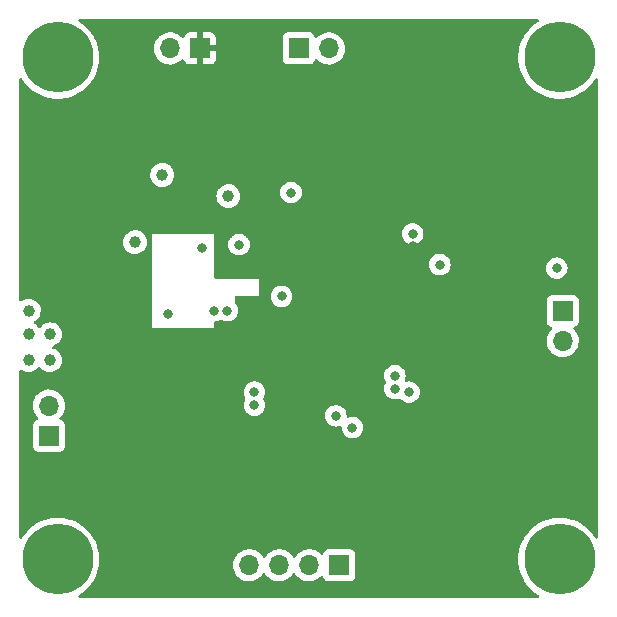
<source format=gbr>
%TF.GenerationSoftware,KiCad,Pcbnew,(6.0.0)*%
%TF.CreationDate,2023-02-04T05:02:53+03:00*%
%TF.ProjectId,STM32F4_breakout,53544d33-3246-4345-9f62-7265616b6f75,rev?*%
%TF.SameCoordinates,Original*%
%TF.FileFunction,Copper,L3,Inr*%
%TF.FilePolarity,Positive*%
%FSLAX46Y46*%
G04 Gerber Fmt 4.6, Leading zero omitted, Abs format (unit mm)*
G04 Created by KiCad (PCBNEW (6.0.0)) date 2023-02-04 05:02:53*
%MOMM*%
%LPD*%
G01*
G04 APERTURE LIST*
%TA.AperFunction,ComponentPad*%
%ADD10C,0.800000*%
%TD*%
%TA.AperFunction,ComponentPad*%
%ADD11C,6.000000*%
%TD*%
%TA.AperFunction,ComponentPad*%
%ADD12R,1.700000X1.700000*%
%TD*%
%TA.AperFunction,ComponentPad*%
%ADD13O,1.700000X1.700000*%
%TD*%
%TA.AperFunction,ViaPad*%
%ADD14C,0.800000*%
%TD*%
%TA.AperFunction,ViaPad*%
%ADD15C,1.000000*%
%TD*%
G04 APERTURE END LIST*
D10*
%TO.N,GND*%
%TO.C,H3*%
X126000000Y-100250000D03*
X126659010Y-101840990D03*
X128250000Y-102500000D03*
X129840990Y-101840990D03*
D11*
X128250000Y-100250000D03*
D10*
X126659010Y-98659010D03*
X130500000Y-100250000D03*
X129840990Y-98659010D03*
X128250000Y-98000000D03*
%TD*%
D12*
%TO.N,VCC*%
%TO.C,J1*%
X127500000Y-89775000D03*
D13*
%TO.N,GND*%
X127500000Y-87235000D03*
%TD*%
%TO.N,GND*%
%TO.C,3.3V*%
X137760000Y-57000000D03*
D12*
%TO.N,+3V3*%
X140300000Y-57000000D03*
%TD*%
%TO.N,UART1_RX*%
%TO.C,UART*%
X171000000Y-79225000D03*
D13*
%TO.N,UART1_TX*%
X171000000Y-81765000D03*
%TD*%
D12*
%TO.N,I2C1_SDA*%
%TO.C,I2C*%
X148660000Y-57000000D03*
D13*
%TO.N,I2C1_SCL*%
X151200000Y-57000000D03*
%TD*%
D10*
%TO.N,GND*%
%TO.C,H1*%
X128250000Y-60000000D03*
X126000000Y-57750000D03*
X129840990Y-59340990D03*
X126659010Y-56159010D03*
X130500000Y-57750000D03*
X126659010Y-59340990D03*
X129840990Y-56159010D03*
X128250000Y-55500000D03*
D11*
X128250000Y-57750000D03*
%TD*%
D10*
%TO.N,GND*%
%TO.C,H2*%
X170750000Y-55500000D03*
X169159010Y-56159010D03*
X168500000Y-57750000D03*
X172340990Y-56159010D03*
X172340990Y-59340990D03*
X173000000Y-57750000D03*
X170750000Y-60000000D03*
D11*
X170750000Y-57750000D03*
D10*
X169159010Y-59340990D03*
%TD*%
D12*
%TO.N,SPI1_MOSI*%
%TO.C,SPI*%
X152080000Y-100750000D03*
D13*
%TO.N,SPI1_MISO*%
X149540000Y-100750000D03*
%TO.N,SPI1_SCK*%
X147000000Y-100750000D03*
%TO.N,SPI1_CS*%
X144460000Y-100750000D03*
%TD*%
D10*
%TO.N,GND*%
%TO.C,H4*%
X170750000Y-98000000D03*
X168500000Y-100250000D03*
D11*
X170750000Y-100250000D03*
D10*
X169159010Y-101840990D03*
X172340990Y-101840990D03*
X169159010Y-98659010D03*
X170750000Y-102500000D03*
X173000000Y-100250000D03*
X172340990Y-98659010D03*
%TD*%
D14*
%TO.N,GND*%
X158000000Y-86100000D03*
X144900000Y-87200000D03*
D15*
X127600000Y-81200000D03*
X137100000Y-67700000D03*
X125800000Y-83400000D03*
X127600000Y-83400000D03*
D14*
X156800000Y-85800000D03*
D15*
X134800000Y-73400000D03*
D14*
X142600000Y-79200000D03*
X148000000Y-69200000D03*
D15*
X142700000Y-69500000D03*
D14*
X151800000Y-88100000D03*
X141500000Y-79200000D03*
X160600000Y-75300000D03*
X153200000Y-89100000D03*
X137550000Y-79450000D03*
D15*
X125800000Y-79200000D03*
D14*
X140500000Y-73900000D03*
X143600000Y-73600000D03*
X158300000Y-72700000D03*
X144900000Y-86100000D03*
D15*
X125800000Y-81200000D03*
D14*
X156800000Y-84700000D03*
%TO.N,+3V3*%
X142800000Y-71900000D03*
X147000000Y-88300000D03*
X146000000Y-69200000D03*
D15*
X131600000Y-72300000D03*
D14*
X137800000Y-84200000D03*
X147000000Y-89300000D03*
X146000000Y-68100000D03*
D15*
X164480000Y-61550000D03*
D14*
X142500000Y-75500000D03*
X158300000Y-73700000D03*
D15*
X128400000Y-72300000D03*
X165990000Y-61570000D03*
X127200000Y-70500000D03*
X128400000Y-73900000D03*
D14*
X139300000Y-84200000D03*
D15*
X132800000Y-70500000D03*
D14*
X154800000Y-86900000D03*
X137800000Y-82700000D03*
X147600000Y-65600000D03*
X154800000Y-87900000D03*
X150700000Y-65600000D03*
D15*
X131600000Y-73900000D03*
D14*
%TO.N,NRST*%
X170500000Y-75600000D03*
X147200000Y-78000000D03*
%TD*%
%TA.AperFunction,Conductor*%
%TO.N,+3V3*%
G36*
X168943113Y-54528002D02*
G01*
X168989606Y-54581658D01*
X168999710Y-54651932D01*
X168970216Y-54716512D01*
X168943616Y-54739673D01*
X168684925Y-54907668D01*
X168399133Y-55139098D01*
X168139098Y-55399133D01*
X167907668Y-55684925D01*
X167905866Y-55687700D01*
X167715633Y-55980635D01*
X167707380Y-55993343D01*
X167705885Y-55996277D01*
X167705881Y-55996284D01*
X167650319Y-56105331D01*
X167540427Y-56321006D01*
X167408639Y-56664326D01*
X167313459Y-57019541D01*
X167305482Y-57069908D01*
X167274179Y-57267548D01*
X167255931Y-57382759D01*
X167236685Y-57750000D01*
X167255931Y-58117241D01*
X167256444Y-58120481D01*
X167256445Y-58120489D01*
X167269945Y-58205724D01*
X167313459Y-58480459D01*
X167408639Y-58835674D01*
X167540427Y-59178994D01*
X167541925Y-59181934D01*
X167704136Y-59500290D01*
X167707380Y-59506657D01*
X167709176Y-59509423D01*
X167709178Y-59509426D01*
X167784238Y-59625008D01*
X167907668Y-59815075D01*
X168139098Y-60100867D01*
X168399133Y-60360902D01*
X168684925Y-60592332D01*
X168993342Y-60792620D01*
X168996276Y-60794115D01*
X168996283Y-60794119D01*
X169318066Y-60958075D01*
X169321006Y-60959573D01*
X169664326Y-61091361D01*
X170019541Y-61186541D01*
X170212558Y-61217112D01*
X170379511Y-61243555D01*
X170379519Y-61243556D01*
X170382759Y-61244069D01*
X170750000Y-61263315D01*
X171117241Y-61244069D01*
X171120481Y-61243556D01*
X171120489Y-61243555D01*
X171287442Y-61217112D01*
X171480459Y-61186541D01*
X171835674Y-61091361D01*
X172178994Y-60959573D01*
X172181934Y-60958075D01*
X172503717Y-60794119D01*
X172503724Y-60794115D01*
X172506658Y-60792620D01*
X172815075Y-60592332D01*
X173100867Y-60360902D01*
X173360902Y-60100867D01*
X173592332Y-59815075D01*
X173760327Y-59556384D01*
X173814204Y-59510147D01*
X173884525Y-59500377D01*
X173948965Y-59530177D01*
X173987064Y-59590085D01*
X173992000Y-59625008D01*
X173992000Y-98374992D01*
X173971998Y-98443113D01*
X173918342Y-98489606D01*
X173848068Y-98499710D01*
X173783488Y-98470216D01*
X173760327Y-98443616D01*
X173594134Y-98187700D01*
X173592332Y-98184925D01*
X173360902Y-97899133D01*
X173100867Y-97639098D01*
X172815075Y-97407668D01*
X172506658Y-97207380D01*
X172503724Y-97205885D01*
X172503717Y-97205881D01*
X172181934Y-97041925D01*
X172178994Y-97040427D01*
X171835674Y-96908639D01*
X171480459Y-96813459D01*
X171287442Y-96782888D01*
X171120489Y-96756445D01*
X171120481Y-96756444D01*
X171117241Y-96755931D01*
X170750000Y-96736685D01*
X170382759Y-96755931D01*
X170379519Y-96756444D01*
X170379511Y-96756445D01*
X170212558Y-96782888D01*
X170019541Y-96813459D01*
X169664326Y-96908639D01*
X169321006Y-97040427D01*
X169318066Y-97041925D01*
X168996284Y-97205881D01*
X168996277Y-97205885D01*
X168993343Y-97207380D01*
X168684925Y-97407668D01*
X168399133Y-97639098D01*
X168139098Y-97899133D01*
X167907668Y-98184925D01*
X167905866Y-98187700D01*
X167740000Y-98443113D01*
X167707380Y-98493343D01*
X167705885Y-98496277D01*
X167705881Y-98496284D01*
X167541925Y-98818066D01*
X167540427Y-98821006D01*
X167408639Y-99164326D01*
X167313459Y-99519541D01*
X167290943Y-99661703D01*
X167260283Y-99855283D01*
X167255931Y-99882759D01*
X167236685Y-100250000D01*
X167255931Y-100617241D01*
X167256444Y-100620481D01*
X167256445Y-100620489D01*
X167282888Y-100787442D01*
X167313459Y-100980459D01*
X167408639Y-101335674D01*
X167540427Y-101678994D01*
X167541925Y-101681934D01*
X167692132Y-101976731D01*
X167707380Y-102006657D01*
X167709176Y-102009423D01*
X167709178Y-102009426D01*
X167770314Y-102103567D01*
X167907668Y-102315075D01*
X168139098Y-102600867D01*
X168399133Y-102860902D01*
X168684925Y-103092332D01*
X168687700Y-103094134D01*
X168943615Y-103260327D01*
X168989852Y-103314204D01*
X168999622Y-103384525D01*
X168969822Y-103448965D01*
X168909914Y-103487064D01*
X168874991Y-103492000D01*
X130125009Y-103492000D01*
X130056888Y-103471998D01*
X130010395Y-103418342D01*
X130000291Y-103348068D01*
X130029785Y-103283488D01*
X130056385Y-103260327D01*
X130312300Y-103094134D01*
X130315075Y-103092332D01*
X130600867Y-102860902D01*
X130860902Y-102600867D01*
X131092332Y-102315075D01*
X131229686Y-102103567D01*
X131290822Y-102009426D01*
X131290824Y-102009423D01*
X131292620Y-102006657D01*
X131307869Y-101976731D01*
X131458075Y-101681934D01*
X131459573Y-101678994D01*
X131591361Y-101335674D01*
X131686541Y-100980459D01*
X131717112Y-100787442D01*
X131728317Y-100716695D01*
X143097251Y-100716695D01*
X143110110Y-100939715D01*
X143111247Y-100944761D01*
X143111248Y-100944767D01*
X143118557Y-100977198D01*
X143159222Y-101157639D01*
X143243266Y-101364616D01*
X143280685Y-101425678D01*
X143357291Y-101550688D01*
X143359987Y-101555088D01*
X143506250Y-101723938D01*
X143678126Y-101866632D01*
X143871000Y-101979338D01*
X144079692Y-102059030D01*
X144084760Y-102060061D01*
X144084763Y-102060062D01*
X144192017Y-102081883D01*
X144298597Y-102103567D01*
X144303772Y-102103757D01*
X144303774Y-102103757D01*
X144516673Y-102111564D01*
X144516677Y-102111564D01*
X144521837Y-102111753D01*
X144526957Y-102111097D01*
X144526959Y-102111097D01*
X144738288Y-102084025D01*
X144738289Y-102084025D01*
X144743416Y-102083368D01*
X144748366Y-102081883D01*
X144952429Y-102020661D01*
X144952434Y-102020659D01*
X144957384Y-102019174D01*
X145157994Y-101920896D01*
X145339860Y-101791173D01*
X145498096Y-101633489D01*
X145557594Y-101550689D01*
X145628453Y-101452077D01*
X145629776Y-101453028D01*
X145676645Y-101409857D01*
X145746580Y-101397625D01*
X145812026Y-101425144D01*
X145839875Y-101456994D01*
X145899987Y-101555088D01*
X146046250Y-101723938D01*
X146218126Y-101866632D01*
X146411000Y-101979338D01*
X146619692Y-102059030D01*
X146624760Y-102060061D01*
X146624763Y-102060062D01*
X146732017Y-102081883D01*
X146838597Y-102103567D01*
X146843772Y-102103757D01*
X146843774Y-102103757D01*
X147056673Y-102111564D01*
X147056677Y-102111564D01*
X147061837Y-102111753D01*
X147066957Y-102111097D01*
X147066959Y-102111097D01*
X147278288Y-102084025D01*
X147278289Y-102084025D01*
X147283416Y-102083368D01*
X147288366Y-102081883D01*
X147492429Y-102020661D01*
X147492434Y-102020659D01*
X147497384Y-102019174D01*
X147697994Y-101920896D01*
X147879860Y-101791173D01*
X148038096Y-101633489D01*
X148097594Y-101550689D01*
X148168453Y-101452077D01*
X148169776Y-101453028D01*
X148216645Y-101409857D01*
X148286580Y-101397625D01*
X148352026Y-101425144D01*
X148379875Y-101456994D01*
X148439987Y-101555088D01*
X148586250Y-101723938D01*
X148758126Y-101866632D01*
X148951000Y-101979338D01*
X149159692Y-102059030D01*
X149164760Y-102060061D01*
X149164763Y-102060062D01*
X149272017Y-102081883D01*
X149378597Y-102103567D01*
X149383772Y-102103757D01*
X149383774Y-102103757D01*
X149596673Y-102111564D01*
X149596677Y-102111564D01*
X149601837Y-102111753D01*
X149606957Y-102111097D01*
X149606959Y-102111097D01*
X149818288Y-102084025D01*
X149818289Y-102084025D01*
X149823416Y-102083368D01*
X149828366Y-102081883D01*
X150032429Y-102020661D01*
X150032434Y-102020659D01*
X150037384Y-102019174D01*
X150237994Y-101920896D01*
X150419860Y-101791173D01*
X150528091Y-101683319D01*
X150590462Y-101649404D01*
X150661268Y-101654592D01*
X150718030Y-101697238D01*
X150735012Y-101728341D01*
X150779385Y-101846705D01*
X150866739Y-101963261D01*
X150983295Y-102050615D01*
X151119684Y-102101745D01*
X151181866Y-102108500D01*
X152978134Y-102108500D01*
X153040316Y-102101745D01*
X153176705Y-102050615D01*
X153293261Y-101963261D01*
X153380615Y-101846705D01*
X153431745Y-101710316D01*
X153438500Y-101648134D01*
X153438500Y-99851866D01*
X153431745Y-99789684D01*
X153380615Y-99653295D01*
X153293261Y-99536739D01*
X153176705Y-99449385D01*
X153040316Y-99398255D01*
X152978134Y-99391500D01*
X151181866Y-99391500D01*
X151119684Y-99398255D01*
X150983295Y-99449385D01*
X150866739Y-99536739D01*
X150779385Y-99653295D01*
X150776233Y-99661703D01*
X150734919Y-99771907D01*
X150692277Y-99828671D01*
X150625716Y-99853371D01*
X150556367Y-99838163D01*
X150523743Y-99812476D01*
X150473151Y-99756875D01*
X150473142Y-99756866D01*
X150469670Y-99753051D01*
X150465619Y-99749852D01*
X150465615Y-99749848D01*
X150298414Y-99617800D01*
X150298410Y-99617798D01*
X150294359Y-99614598D01*
X150098789Y-99506638D01*
X150093920Y-99504914D01*
X150093916Y-99504912D01*
X149893087Y-99433795D01*
X149893083Y-99433794D01*
X149888212Y-99432069D01*
X149883119Y-99431162D01*
X149883116Y-99431161D01*
X149673373Y-99393800D01*
X149673367Y-99393799D01*
X149668284Y-99392894D01*
X149594452Y-99391992D01*
X149450081Y-99390228D01*
X149450079Y-99390228D01*
X149444911Y-99390165D01*
X149224091Y-99423955D01*
X149011756Y-99493357D01*
X148813607Y-99596507D01*
X148809474Y-99599610D01*
X148809471Y-99599612D01*
X148639100Y-99727530D01*
X148634965Y-99730635D01*
X148595525Y-99771907D01*
X148541280Y-99828671D01*
X148480629Y-99892138D01*
X148373201Y-100049621D01*
X148318293Y-100094621D01*
X148247768Y-100102792D01*
X148184021Y-100071538D01*
X148163324Y-100047054D01*
X148082822Y-99922617D01*
X148082820Y-99922614D01*
X148080014Y-99918277D01*
X147929670Y-99753051D01*
X147925619Y-99749852D01*
X147925615Y-99749848D01*
X147758414Y-99617800D01*
X147758410Y-99617798D01*
X147754359Y-99614598D01*
X147558789Y-99506638D01*
X147553920Y-99504914D01*
X147553916Y-99504912D01*
X147353087Y-99433795D01*
X147353083Y-99433794D01*
X147348212Y-99432069D01*
X147343119Y-99431162D01*
X147343116Y-99431161D01*
X147133373Y-99393800D01*
X147133367Y-99393799D01*
X147128284Y-99392894D01*
X147054452Y-99391992D01*
X146910081Y-99390228D01*
X146910079Y-99390228D01*
X146904911Y-99390165D01*
X146684091Y-99423955D01*
X146471756Y-99493357D01*
X146273607Y-99596507D01*
X146269474Y-99599610D01*
X146269471Y-99599612D01*
X146099100Y-99727530D01*
X146094965Y-99730635D01*
X146055525Y-99771907D01*
X146001280Y-99828671D01*
X145940629Y-99892138D01*
X145833201Y-100049621D01*
X145778293Y-100094621D01*
X145707768Y-100102792D01*
X145644021Y-100071538D01*
X145623324Y-100047054D01*
X145542822Y-99922617D01*
X145542820Y-99922614D01*
X145540014Y-99918277D01*
X145389670Y-99753051D01*
X145385619Y-99749852D01*
X145385615Y-99749848D01*
X145218414Y-99617800D01*
X145218410Y-99617798D01*
X145214359Y-99614598D01*
X145018789Y-99506638D01*
X145013920Y-99504914D01*
X145013916Y-99504912D01*
X144813087Y-99433795D01*
X144813083Y-99433794D01*
X144808212Y-99432069D01*
X144803119Y-99431162D01*
X144803116Y-99431161D01*
X144593373Y-99393800D01*
X144593367Y-99393799D01*
X144588284Y-99392894D01*
X144514452Y-99391992D01*
X144370081Y-99390228D01*
X144370079Y-99390228D01*
X144364911Y-99390165D01*
X144144091Y-99423955D01*
X143931756Y-99493357D01*
X143733607Y-99596507D01*
X143729474Y-99599610D01*
X143729471Y-99599612D01*
X143559100Y-99727530D01*
X143554965Y-99730635D01*
X143515525Y-99771907D01*
X143461280Y-99828671D01*
X143400629Y-99892138D01*
X143274743Y-100076680D01*
X143227715Y-100177993D01*
X143192759Y-100253301D01*
X143180688Y-100279305D01*
X143120989Y-100494570D01*
X143097251Y-100716695D01*
X131728317Y-100716695D01*
X131743555Y-100620489D01*
X131743556Y-100620481D01*
X131744069Y-100617241D01*
X131763315Y-100250000D01*
X131744069Y-99882759D01*
X131739718Y-99855283D01*
X131709057Y-99661703D01*
X131686541Y-99519541D01*
X131591361Y-99164326D01*
X131459573Y-98821006D01*
X131458075Y-98818066D01*
X131294119Y-98496284D01*
X131294115Y-98496277D01*
X131292620Y-98493343D01*
X131260001Y-98443113D01*
X131094134Y-98187700D01*
X131092332Y-98184925D01*
X130860902Y-97899133D01*
X130600867Y-97639098D01*
X130315075Y-97407668D01*
X130006658Y-97207380D01*
X130003724Y-97205885D01*
X130003717Y-97205881D01*
X129681934Y-97041925D01*
X129678994Y-97040427D01*
X129335674Y-96908639D01*
X128980459Y-96813459D01*
X128787442Y-96782888D01*
X128620489Y-96756445D01*
X128620481Y-96756444D01*
X128617241Y-96755931D01*
X128250000Y-96736685D01*
X127882759Y-96755931D01*
X127879519Y-96756444D01*
X127879511Y-96756445D01*
X127712558Y-96782888D01*
X127519541Y-96813459D01*
X127164326Y-96908639D01*
X126821006Y-97040427D01*
X126818066Y-97041925D01*
X126496284Y-97205881D01*
X126496277Y-97205885D01*
X126493343Y-97207380D01*
X126184925Y-97407668D01*
X125899133Y-97639098D01*
X125639098Y-97899133D01*
X125407668Y-98184925D01*
X125405866Y-98187700D01*
X125239673Y-98443616D01*
X125185796Y-98489853D01*
X125115475Y-98499623D01*
X125051035Y-98469823D01*
X125012936Y-98409915D01*
X125008000Y-98374992D01*
X125008000Y-87201695D01*
X126137251Y-87201695D01*
X126137548Y-87206848D01*
X126137548Y-87206851D01*
X126143011Y-87301590D01*
X126150110Y-87424715D01*
X126151247Y-87429761D01*
X126151248Y-87429767D01*
X126171119Y-87517939D01*
X126199222Y-87642639D01*
X126283266Y-87849616D01*
X126303570Y-87882749D01*
X126371624Y-87993803D01*
X126399987Y-88040088D01*
X126546250Y-88208938D01*
X126550230Y-88212242D01*
X126554981Y-88216187D01*
X126594616Y-88275090D01*
X126596113Y-88346071D01*
X126558997Y-88406593D01*
X126518724Y-88431112D01*
X126403295Y-88474385D01*
X126286739Y-88561739D01*
X126199385Y-88678295D01*
X126148255Y-88814684D01*
X126141500Y-88876866D01*
X126141500Y-90673134D01*
X126148255Y-90735316D01*
X126199385Y-90871705D01*
X126286739Y-90988261D01*
X126403295Y-91075615D01*
X126539684Y-91126745D01*
X126601866Y-91133500D01*
X128398134Y-91133500D01*
X128460316Y-91126745D01*
X128596705Y-91075615D01*
X128713261Y-90988261D01*
X128800615Y-90871705D01*
X128851745Y-90735316D01*
X128858500Y-90673134D01*
X128858500Y-88876866D01*
X128851745Y-88814684D01*
X128800615Y-88678295D01*
X128713261Y-88561739D01*
X128596705Y-88474385D01*
X128584132Y-88469672D01*
X128478203Y-88429960D01*
X128421439Y-88387318D01*
X128396739Y-88320756D01*
X128411947Y-88251408D01*
X128433493Y-88222727D01*
X128451251Y-88205031D01*
X128538096Y-88118489D01*
X128572820Y-88070166D01*
X128665435Y-87941277D01*
X128668453Y-87937077D01*
X128684903Y-87903794D01*
X128765136Y-87741453D01*
X128765137Y-87741451D01*
X128767430Y-87736811D01*
X128815900Y-87577279D01*
X128830865Y-87528023D01*
X128830865Y-87528021D01*
X128832370Y-87523069D01*
X128861529Y-87301590D01*
X128863156Y-87235000D01*
X128860279Y-87200000D01*
X143986496Y-87200000D01*
X144006458Y-87389928D01*
X144065473Y-87571556D01*
X144160960Y-87736944D01*
X144165378Y-87741851D01*
X144165379Y-87741852D01*
X144284325Y-87873955D01*
X144288747Y-87878866D01*
X144443248Y-87991118D01*
X144449276Y-87993802D01*
X144449278Y-87993803D01*
X144562001Y-88043990D01*
X144617712Y-88068794D01*
X144711112Y-88088647D01*
X144798056Y-88107128D01*
X144798061Y-88107128D01*
X144804513Y-88108500D01*
X144995487Y-88108500D01*
X145001939Y-88107128D01*
X145001944Y-88107128D01*
X145035478Y-88100000D01*
X150886496Y-88100000D01*
X150887186Y-88106565D01*
X150901659Y-88244264D01*
X150906458Y-88289928D01*
X150965473Y-88471556D01*
X151060960Y-88636944D01*
X151065378Y-88641851D01*
X151065379Y-88641852D01*
X151105763Y-88686703D01*
X151188747Y-88778866D01*
X151343248Y-88891118D01*
X151349276Y-88893802D01*
X151349278Y-88893803D01*
X151488383Y-88955736D01*
X151517712Y-88968794D01*
X151611112Y-88988647D01*
X151698056Y-89007128D01*
X151698061Y-89007128D01*
X151704513Y-89008500D01*
X151895487Y-89008500D01*
X151901939Y-89007128D01*
X151901944Y-89007128D01*
X151988888Y-88988647D01*
X152082288Y-88968794D01*
X152088315Y-88966111D01*
X152088323Y-88966108D01*
X152111618Y-88955736D01*
X152181985Y-88946302D01*
X152246282Y-88976409D01*
X152284095Y-89036498D01*
X152288176Y-89084011D01*
X152286496Y-89100000D01*
X152306458Y-89289928D01*
X152365473Y-89471556D01*
X152460960Y-89636944D01*
X152588747Y-89778866D01*
X152743248Y-89891118D01*
X152749276Y-89893802D01*
X152749278Y-89893803D01*
X152911681Y-89966109D01*
X152917712Y-89968794D01*
X153011113Y-89988647D01*
X153098056Y-90007128D01*
X153098061Y-90007128D01*
X153104513Y-90008500D01*
X153295487Y-90008500D01*
X153301939Y-90007128D01*
X153301944Y-90007128D01*
X153388887Y-89988647D01*
X153482288Y-89968794D01*
X153488319Y-89966109D01*
X153650722Y-89893803D01*
X153650724Y-89893802D01*
X153656752Y-89891118D01*
X153811253Y-89778866D01*
X153939040Y-89636944D01*
X154034527Y-89471556D01*
X154093542Y-89289928D01*
X154113504Y-89100000D01*
X154099432Y-88966108D01*
X154094232Y-88916635D01*
X154094232Y-88916633D01*
X154093542Y-88910072D01*
X154034527Y-88728444D01*
X153939040Y-88563056D01*
X153859201Y-88474385D01*
X153815675Y-88426045D01*
X153815674Y-88426044D01*
X153811253Y-88421134D01*
X153656752Y-88308882D01*
X153650724Y-88306198D01*
X153650722Y-88306197D01*
X153488319Y-88233891D01*
X153488318Y-88233891D01*
X153482288Y-88231206D01*
X153377526Y-88208938D01*
X153301944Y-88192872D01*
X153301939Y-88192872D01*
X153295487Y-88191500D01*
X153104513Y-88191500D01*
X153098061Y-88192872D01*
X153098056Y-88192872D01*
X153022474Y-88208938D01*
X152917712Y-88231206D01*
X152911685Y-88233889D01*
X152911677Y-88233892D01*
X152888382Y-88244264D01*
X152818015Y-88253698D01*
X152753718Y-88223591D01*
X152715905Y-88163502D01*
X152711824Y-88115989D01*
X152712814Y-88106568D01*
X152712814Y-88106565D01*
X152713504Y-88100000D01*
X152693542Y-87910072D01*
X152634527Y-87728444D01*
X152539040Y-87563056D01*
X152411253Y-87421134D01*
X152256752Y-87308882D01*
X152250724Y-87306198D01*
X152250722Y-87306197D01*
X152088319Y-87233891D01*
X152088318Y-87233891D01*
X152082288Y-87231206D01*
X151988888Y-87211353D01*
X151901944Y-87192872D01*
X151901939Y-87192872D01*
X151895487Y-87191500D01*
X151704513Y-87191500D01*
X151698061Y-87192872D01*
X151698056Y-87192872D01*
X151611113Y-87211353D01*
X151517712Y-87231206D01*
X151511682Y-87233891D01*
X151511681Y-87233891D01*
X151349278Y-87306197D01*
X151349276Y-87306198D01*
X151343248Y-87308882D01*
X151188747Y-87421134D01*
X151060960Y-87563056D01*
X150965473Y-87728444D01*
X150906458Y-87910072D01*
X150886496Y-88100000D01*
X145035478Y-88100000D01*
X145088888Y-88088647D01*
X145182288Y-88068794D01*
X145237999Y-88043990D01*
X145350722Y-87993803D01*
X145350724Y-87993802D01*
X145356752Y-87991118D01*
X145511253Y-87878866D01*
X145515675Y-87873955D01*
X145634621Y-87741852D01*
X145634622Y-87741851D01*
X145639040Y-87736944D01*
X145734527Y-87571556D01*
X145793542Y-87389928D01*
X145813504Y-87200000D01*
X145793542Y-87010072D01*
X145734527Y-86828444D01*
X145667875Y-86712999D01*
X145651137Y-86644005D01*
X145667875Y-86587000D01*
X145668169Y-86586492D01*
X145734527Y-86471556D01*
X145793542Y-86289928D01*
X145798995Y-86238051D01*
X145812814Y-86106565D01*
X145813504Y-86100000D01*
X145802595Y-85996206D01*
X145794232Y-85916635D01*
X145794232Y-85916633D01*
X145793542Y-85910072D01*
X145757777Y-85800000D01*
X155886496Y-85800000D01*
X155906458Y-85989928D01*
X155965473Y-86171556D01*
X156060960Y-86336944D01*
X156188747Y-86478866D01*
X156343248Y-86591118D01*
X156349276Y-86593802D01*
X156349278Y-86593803D01*
X156511681Y-86666109D01*
X156517712Y-86668794D01*
X156611112Y-86688647D01*
X156698056Y-86707128D01*
X156698061Y-86707128D01*
X156704513Y-86708500D01*
X156895487Y-86708500D01*
X156901939Y-86707128D01*
X156901944Y-86707128D01*
X156988888Y-86688647D01*
X157082288Y-86668794D01*
X157088321Y-86666108D01*
X157088327Y-86666106D01*
X157146672Y-86640129D01*
X157217039Y-86630694D01*
X157281336Y-86660800D01*
X157291553Y-86670921D01*
X157388747Y-86778866D01*
X157543248Y-86891118D01*
X157549276Y-86893802D01*
X157549278Y-86893803D01*
X157711681Y-86966109D01*
X157717712Y-86968794D01*
X157811112Y-86988647D01*
X157898056Y-87007128D01*
X157898061Y-87007128D01*
X157904513Y-87008500D01*
X158095487Y-87008500D01*
X158101939Y-87007128D01*
X158101944Y-87007128D01*
X158188888Y-86988647D01*
X158282288Y-86968794D01*
X158288319Y-86966109D01*
X158450722Y-86893803D01*
X158450724Y-86893802D01*
X158456752Y-86891118D01*
X158611253Y-86778866D01*
X158675846Y-86707128D01*
X158734621Y-86641852D01*
X158734622Y-86641851D01*
X158739040Y-86636944D01*
X158834527Y-86471556D01*
X158893542Y-86289928D01*
X158898995Y-86238051D01*
X158912814Y-86106565D01*
X158913504Y-86100000D01*
X158902595Y-85996206D01*
X158894232Y-85916635D01*
X158894232Y-85916633D01*
X158893542Y-85910072D01*
X158834527Y-85728444D01*
X158739040Y-85563056D01*
X158611253Y-85421134D01*
X158456752Y-85308882D01*
X158450724Y-85306198D01*
X158450722Y-85306197D01*
X158288319Y-85233891D01*
X158288318Y-85233891D01*
X158282288Y-85231206D01*
X158188483Y-85211267D01*
X158101944Y-85192872D01*
X158101939Y-85192872D01*
X158095487Y-85191500D01*
X157904513Y-85191500D01*
X157898061Y-85192872D01*
X157898056Y-85192872D01*
X157786103Y-85216669D01*
X157715312Y-85211267D01*
X157658680Y-85168450D01*
X157634186Y-85101813D01*
X157640073Y-85054489D01*
X157693542Y-84889928D01*
X157713504Y-84700000D01*
X157693542Y-84510072D01*
X157634527Y-84328444D01*
X157539040Y-84163056D01*
X157485824Y-84103953D01*
X157415675Y-84026045D01*
X157415674Y-84026044D01*
X157411253Y-84021134D01*
X157256752Y-83908882D01*
X157250724Y-83906198D01*
X157250722Y-83906197D01*
X157088319Y-83833891D01*
X157088318Y-83833891D01*
X157082288Y-83831206D01*
X156988888Y-83811353D01*
X156901944Y-83792872D01*
X156901939Y-83792872D01*
X156895487Y-83791500D01*
X156704513Y-83791500D01*
X156698061Y-83792872D01*
X156698056Y-83792872D01*
X156611112Y-83811353D01*
X156517712Y-83831206D01*
X156511682Y-83833891D01*
X156511681Y-83833891D01*
X156349278Y-83906197D01*
X156349276Y-83906198D01*
X156343248Y-83908882D01*
X156188747Y-84021134D01*
X156184326Y-84026044D01*
X156184325Y-84026045D01*
X156114177Y-84103953D01*
X156060960Y-84163056D01*
X155965473Y-84328444D01*
X155906458Y-84510072D01*
X155886496Y-84700000D01*
X155906458Y-84889928D01*
X155965473Y-85071556D01*
X155968776Y-85077278D01*
X155968777Y-85077279D01*
X156032125Y-85187000D01*
X156048863Y-85255995D01*
X156032125Y-85312999D01*
X155965473Y-85428444D01*
X155906458Y-85610072D01*
X155886496Y-85800000D01*
X145757777Y-85800000D01*
X145734527Y-85728444D01*
X145639040Y-85563056D01*
X145511253Y-85421134D01*
X145356752Y-85308882D01*
X145350724Y-85306198D01*
X145350722Y-85306197D01*
X145188319Y-85233891D01*
X145188318Y-85233891D01*
X145182288Y-85231206D01*
X145088483Y-85211267D01*
X145001944Y-85192872D01*
X145001939Y-85192872D01*
X144995487Y-85191500D01*
X144804513Y-85191500D01*
X144798061Y-85192872D01*
X144798056Y-85192872D01*
X144711517Y-85211267D01*
X144617712Y-85231206D01*
X144611682Y-85233891D01*
X144611681Y-85233891D01*
X144449278Y-85306197D01*
X144449276Y-85306198D01*
X144443248Y-85308882D01*
X144288747Y-85421134D01*
X144160960Y-85563056D01*
X144065473Y-85728444D01*
X144006458Y-85910072D01*
X144005768Y-85916633D01*
X144005768Y-85916635D01*
X143997405Y-85996206D01*
X143986496Y-86100000D01*
X143987186Y-86106565D01*
X144001006Y-86238051D01*
X144006458Y-86289928D01*
X144065473Y-86471556D01*
X144131832Y-86586492D01*
X144132125Y-86587000D01*
X144148863Y-86655995D01*
X144132125Y-86712999D01*
X144065473Y-86828444D01*
X144006458Y-87010072D01*
X143986496Y-87200000D01*
X128860279Y-87200000D01*
X128844852Y-87012361D01*
X128790431Y-86795702D01*
X128701354Y-86590840D01*
X128580014Y-86403277D01*
X128429670Y-86238051D01*
X128425619Y-86234852D01*
X128425615Y-86234848D01*
X128258414Y-86102800D01*
X128258410Y-86102798D01*
X128254359Y-86099598D01*
X128058789Y-85991638D01*
X128053920Y-85989914D01*
X128053916Y-85989912D01*
X127853087Y-85918795D01*
X127853083Y-85918794D01*
X127848212Y-85917069D01*
X127843119Y-85916162D01*
X127843116Y-85916161D01*
X127633373Y-85878800D01*
X127633367Y-85878799D01*
X127628284Y-85877894D01*
X127554452Y-85876992D01*
X127410081Y-85875228D01*
X127410079Y-85875228D01*
X127404911Y-85875165D01*
X127184091Y-85908955D01*
X126971756Y-85978357D01*
X126773607Y-86081507D01*
X126769474Y-86084610D01*
X126769471Y-86084612D01*
X126646050Y-86177279D01*
X126594965Y-86215635D01*
X126591393Y-86219373D01*
X126484504Y-86331226D01*
X126440629Y-86377138D01*
X126314743Y-86561680D01*
X126299832Y-86593803D01*
X126247229Y-86707128D01*
X126220688Y-86764305D01*
X126160989Y-86979570D01*
X126137251Y-87201695D01*
X125008000Y-87201695D01*
X125008000Y-84322995D01*
X125028002Y-84254874D01*
X125081658Y-84208381D01*
X125151932Y-84198277D01*
X125211520Y-84225170D01*
X125211898Y-84224626D01*
X125214832Y-84226665D01*
X125215660Y-84227039D01*
X125216953Y-84228139D01*
X125216956Y-84228141D01*
X125221650Y-84232136D01*
X125394294Y-84328624D01*
X125582392Y-84389740D01*
X125778777Y-84413158D01*
X125784912Y-84412686D01*
X125784914Y-84412686D01*
X125969830Y-84398457D01*
X125969834Y-84398456D01*
X125975972Y-84397984D01*
X126166463Y-84344798D01*
X126171967Y-84342018D01*
X126171969Y-84342017D01*
X126337495Y-84258404D01*
X126337497Y-84258403D01*
X126342996Y-84255625D01*
X126498847Y-84133861D01*
X126605713Y-84010055D01*
X126665363Y-83971560D01*
X126736360Y-83971424D01*
X126799838Y-84014124D01*
X126871035Y-84103953D01*
X126875728Y-84107947D01*
X126875729Y-84107948D01*
X127016954Y-84228139D01*
X127021650Y-84232136D01*
X127194294Y-84328624D01*
X127382392Y-84389740D01*
X127578777Y-84413158D01*
X127584912Y-84412686D01*
X127584914Y-84412686D01*
X127769830Y-84398457D01*
X127769834Y-84398456D01*
X127775972Y-84397984D01*
X127966463Y-84344798D01*
X127971967Y-84342018D01*
X127971969Y-84342017D01*
X128137495Y-84258404D01*
X128137497Y-84258403D01*
X128142996Y-84255625D01*
X128298847Y-84133861D01*
X128402201Y-84014124D01*
X128424049Y-83988813D01*
X128424050Y-83988811D01*
X128428078Y-83984145D01*
X128525769Y-83812179D01*
X128588197Y-83624513D01*
X128612985Y-83428295D01*
X128613380Y-83400000D01*
X128594080Y-83203167D01*
X128536916Y-83013831D01*
X128444066Y-82839204D01*
X128362291Y-82738938D01*
X128322960Y-82690713D01*
X128322957Y-82690710D01*
X128319065Y-82685938D01*
X128312718Y-82680687D01*
X128171425Y-82563799D01*
X128171421Y-82563797D01*
X128166675Y-82559870D01*
X127992701Y-82465802D01*
X127928940Y-82446065D01*
X127843999Y-82419771D01*
X127784839Y-82380520D01*
X127756292Y-82315515D01*
X127767421Y-82245396D01*
X127814692Y-82192425D01*
X127847366Y-82178050D01*
X127966463Y-82144798D01*
X127971967Y-82142018D01*
X127971969Y-82142017D01*
X128137495Y-82058404D01*
X128137497Y-82058403D01*
X128142996Y-82055625D01*
X128298847Y-81933861D01*
X128402201Y-81814124D01*
X128424049Y-81788813D01*
X128424050Y-81788811D01*
X128428078Y-81784145D01*
X128457874Y-81731695D01*
X169637251Y-81731695D01*
X169637548Y-81736848D01*
X169637548Y-81736851D01*
X169643011Y-81831590D01*
X169650110Y-81954715D01*
X169651247Y-81959761D01*
X169651248Y-81959767D01*
X169659927Y-81998277D01*
X169699222Y-82172639D01*
X169760673Y-82323976D01*
X169773835Y-82356389D01*
X169783266Y-82379616D01*
X169899987Y-82570088D01*
X170046250Y-82738938D01*
X170218126Y-82881632D01*
X170411000Y-82994338D01*
X170415825Y-82996180D01*
X170415826Y-82996181D01*
X170462047Y-83013831D01*
X170619692Y-83074030D01*
X170624760Y-83075061D01*
X170624763Y-83075062D01*
X170732017Y-83096883D01*
X170838597Y-83118567D01*
X170843772Y-83118757D01*
X170843774Y-83118757D01*
X171056673Y-83126564D01*
X171056677Y-83126564D01*
X171061837Y-83126753D01*
X171066957Y-83126097D01*
X171066959Y-83126097D01*
X171278288Y-83099025D01*
X171278289Y-83099025D01*
X171283416Y-83098368D01*
X171288366Y-83096883D01*
X171492429Y-83035661D01*
X171492434Y-83035659D01*
X171497384Y-83034174D01*
X171697994Y-82935896D01*
X171879860Y-82806173D01*
X172038096Y-82648489D01*
X172078465Y-82592310D01*
X172165435Y-82471277D01*
X172168453Y-82467077D01*
X172172609Y-82458669D01*
X172265136Y-82271453D01*
X172265137Y-82271451D01*
X172267430Y-82266811D01*
X172332370Y-82053069D01*
X172361529Y-81831590D01*
X172363156Y-81765000D01*
X172344852Y-81542361D01*
X172290431Y-81325702D01*
X172201354Y-81120840D01*
X172080014Y-80933277D01*
X172076532Y-80929450D01*
X171932798Y-80771488D01*
X171901746Y-80707642D01*
X171910141Y-80637143D01*
X171955317Y-80582375D01*
X171981761Y-80568706D01*
X172088297Y-80528767D01*
X172096705Y-80525615D01*
X172213261Y-80438261D01*
X172300615Y-80321705D01*
X172351745Y-80185316D01*
X172358500Y-80123134D01*
X172358500Y-78326866D01*
X172351745Y-78264684D01*
X172300615Y-78128295D01*
X172213261Y-78011739D01*
X172096705Y-77924385D01*
X171960316Y-77873255D01*
X171898134Y-77866500D01*
X170101866Y-77866500D01*
X170039684Y-77873255D01*
X169903295Y-77924385D01*
X169786739Y-78011739D01*
X169699385Y-78128295D01*
X169648255Y-78264684D01*
X169641500Y-78326866D01*
X169641500Y-80123134D01*
X169648255Y-80185316D01*
X169699385Y-80321705D01*
X169786739Y-80438261D01*
X169903295Y-80525615D01*
X169911704Y-80528767D01*
X169911705Y-80528768D01*
X170020451Y-80569535D01*
X170077216Y-80612176D01*
X170101916Y-80678738D01*
X170086709Y-80748087D01*
X170067316Y-80774568D01*
X169940629Y-80907138D01*
X169814743Y-81091680D01*
X169720688Y-81294305D01*
X169660989Y-81509570D01*
X169637251Y-81731695D01*
X128457874Y-81731695D01*
X128525769Y-81612179D01*
X128588197Y-81424513D01*
X128612985Y-81228295D01*
X128613380Y-81200000D01*
X128594080Y-81003167D01*
X128571824Y-80929450D01*
X128538697Y-80819731D01*
X128536916Y-80813831D01*
X128462121Y-80673160D01*
X136269448Y-80673160D01*
X141484606Y-80679493D01*
X141485294Y-80634428D01*
X141487639Y-80480687D01*
X141491458Y-80230270D01*
X141512496Y-80162464D01*
X141566855Y-80116794D01*
X141595630Y-80109172D01*
X141595487Y-80108500D01*
X141782288Y-80068794D01*
X141805629Y-80058402D01*
X141950722Y-79993803D01*
X141950724Y-79993802D01*
X141956752Y-79991118D01*
X141975940Y-79977177D01*
X142042808Y-79953319D01*
X142111959Y-79969400D01*
X142124060Y-79977177D01*
X142143248Y-79991118D01*
X142149276Y-79993802D01*
X142149278Y-79993803D01*
X142294371Y-80058402D01*
X142317712Y-80068794D01*
X142406761Y-80087722D01*
X142498056Y-80107128D01*
X142498061Y-80107128D01*
X142504513Y-80108500D01*
X142695487Y-80108500D01*
X142701939Y-80107128D01*
X142701944Y-80107128D01*
X142793239Y-80087722D01*
X142882288Y-80068794D01*
X142905629Y-80058402D01*
X143050722Y-79993803D01*
X143050724Y-79993802D01*
X143056752Y-79991118D01*
X143211253Y-79878866D01*
X143339040Y-79736944D01*
X143411073Y-79612179D01*
X143431223Y-79577279D01*
X143431224Y-79577278D01*
X143434527Y-79571556D01*
X143493542Y-79389928D01*
X143510901Y-79224771D01*
X143512814Y-79206565D01*
X143513504Y-79200000D01*
X143493542Y-79010072D01*
X143434527Y-78828444D01*
X143339040Y-78663056D01*
X143251812Y-78566179D01*
X143221094Y-78502172D01*
X143219448Y-78481869D01*
X143219448Y-78099154D01*
X143239450Y-78031033D01*
X143275264Y-78000000D01*
X146286496Y-78000000D01*
X146306458Y-78189928D01*
X146365473Y-78371556D01*
X146460960Y-78536944D01*
X146465378Y-78541851D01*
X146465379Y-78541852D01*
X146548735Y-78634428D01*
X146588747Y-78678866D01*
X146743248Y-78791118D01*
X146749276Y-78793802D01*
X146749278Y-78793803D01*
X146841200Y-78834729D01*
X146917712Y-78868794D01*
X147011112Y-78888647D01*
X147098056Y-78907128D01*
X147098061Y-78907128D01*
X147104513Y-78908500D01*
X147295487Y-78908500D01*
X147301939Y-78907128D01*
X147301944Y-78907128D01*
X147388888Y-78888647D01*
X147482288Y-78868794D01*
X147558800Y-78834729D01*
X147650722Y-78793803D01*
X147650724Y-78793802D01*
X147656752Y-78791118D01*
X147811253Y-78678866D01*
X147851265Y-78634428D01*
X147934621Y-78541852D01*
X147934622Y-78541851D01*
X147939040Y-78536944D01*
X148034527Y-78371556D01*
X148093542Y-78189928D01*
X148113504Y-78000000D01*
X148093542Y-77810072D01*
X148034527Y-77628444D01*
X147939040Y-77463056D01*
X147811253Y-77321134D01*
X147656752Y-77208882D01*
X147650724Y-77206198D01*
X147650722Y-77206197D01*
X147488319Y-77133891D01*
X147488318Y-77133891D01*
X147482288Y-77131206D01*
X147388888Y-77111353D01*
X147301944Y-77092872D01*
X147301939Y-77092872D01*
X147295487Y-77091500D01*
X147104513Y-77091500D01*
X147098061Y-77092872D01*
X147098056Y-77092872D01*
X147011112Y-77111353D01*
X146917712Y-77131206D01*
X146911682Y-77133891D01*
X146911681Y-77133891D01*
X146749278Y-77206197D01*
X146749276Y-77206198D01*
X146743248Y-77208882D01*
X146588747Y-77321134D01*
X146460960Y-77463056D01*
X146365473Y-77628444D01*
X146306458Y-77810072D01*
X146286496Y-78000000D01*
X143275264Y-78000000D01*
X143293106Y-77984540D01*
X143345442Y-77973154D01*
X145251331Y-77973061D01*
X145269448Y-77973060D01*
X145269345Y-77921233D01*
X145268003Y-77249466D01*
X145266552Y-76523060D01*
X145253066Y-76523060D01*
X143456179Y-76523108D01*
X141645450Y-76523157D01*
X141577330Y-76503157D01*
X141530836Y-76449502D01*
X141519448Y-76397157D01*
X141519448Y-75300000D01*
X159686496Y-75300000D01*
X159706458Y-75489928D01*
X159765473Y-75671556D01*
X159860960Y-75836944D01*
X159988747Y-75978866D01*
X160143248Y-76091118D01*
X160149276Y-76093802D01*
X160149278Y-76093803D01*
X160233332Y-76131226D01*
X160317712Y-76168794D01*
X160411113Y-76188647D01*
X160498056Y-76207128D01*
X160498061Y-76207128D01*
X160504513Y-76208500D01*
X160695487Y-76208500D01*
X160701939Y-76207128D01*
X160701944Y-76207128D01*
X160788887Y-76188647D01*
X160882288Y-76168794D01*
X160966668Y-76131226D01*
X161050722Y-76093803D01*
X161050724Y-76093802D01*
X161056752Y-76091118D01*
X161211253Y-75978866D01*
X161339040Y-75836944D01*
X161434527Y-75671556D01*
X161457777Y-75600000D01*
X169586496Y-75600000D01*
X169606458Y-75789928D01*
X169665473Y-75971556D01*
X169760960Y-76136944D01*
X169888747Y-76278866D01*
X170043248Y-76391118D01*
X170049276Y-76393802D01*
X170049278Y-76393803D01*
X170174381Y-76449502D01*
X170217712Y-76468794D01*
X170311112Y-76488647D01*
X170398056Y-76507128D01*
X170398061Y-76507128D01*
X170404513Y-76508500D01*
X170595487Y-76508500D01*
X170601939Y-76507128D01*
X170601944Y-76507128D01*
X170688888Y-76488647D01*
X170782288Y-76468794D01*
X170825619Y-76449502D01*
X170950722Y-76393803D01*
X170950724Y-76393802D01*
X170956752Y-76391118D01*
X171111253Y-76278866D01*
X171239040Y-76136944D01*
X171334527Y-75971556D01*
X171393542Y-75789928D01*
X171413504Y-75600000D01*
X171393542Y-75410072D01*
X171334527Y-75228444D01*
X171239040Y-75063056D01*
X171111253Y-74921134D01*
X170956752Y-74808882D01*
X170950724Y-74806198D01*
X170950722Y-74806197D01*
X170788319Y-74733891D01*
X170788318Y-74733891D01*
X170782288Y-74731206D01*
X170688887Y-74711353D01*
X170601944Y-74692872D01*
X170601939Y-74692872D01*
X170595487Y-74691500D01*
X170404513Y-74691500D01*
X170398061Y-74692872D01*
X170398056Y-74692872D01*
X170311113Y-74711353D01*
X170217712Y-74731206D01*
X170211682Y-74733891D01*
X170211681Y-74733891D01*
X170049278Y-74806197D01*
X170049276Y-74806198D01*
X170043248Y-74808882D01*
X169888747Y-74921134D01*
X169760960Y-75063056D01*
X169665473Y-75228444D01*
X169606458Y-75410072D01*
X169586496Y-75600000D01*
X161457777Y-75600000D01*
X161493542Y-75489928D01*
X161513504Y-75300000D01*
X161493542Y-75110072D01*
X161434527Y-74928444D01*
X161339040Y-74763056D01*
X161211253Y-74621134D01*
X161056752Y-74508882D01*
X161050724Y-74506198D01*
X161050722Y-74506197D01*
X160888319Y-74433891D01*
X160888318Y-74433891D01*
X160882288Y-74431206D01*
X160788888Y-74411353D01*
X160701944Y-74392872D01*
X160701939Y-74392872D01*
X160695487Y-74391500D01*
X160504513Y-74391500D01*
X160498061Y-74392872D01*
X160498056Y-74392872D01*
X160411112Y-74411353D01*
X160317712Y-74431206D01*
X160311682Y-74433891D01*
X160311681Y-74433891D01*
X160149278Y-74506197D01*
X160149276Y-74506198D01*
X160143248Y-74508882D01*
X159988747Y-74621134D01*
X159860960Y-74763056D01*
X159765473Y-74928444D01*
X159706458Y-75110072D01*
X159686496Y-75300000D01*
X141519448Y-75300000D01*
X141519448Y-73600000D01*
X142686496Y-73600000D01*
X142687186Y-73606565D01*
X142705261Y-73778535D01*
X142706458Y-73789928D01*
X142765473Y-73971556D01*
X142860960Y-74136944D01*
X142988747Y-74278866D01*
X143143248Y-74391118D01*
X143149276Y-74393802D01*
X143149278Y-74393803D01*
X143239318Y-74433891D01*
X143317712Y-74468794D01*
X143411112Y-74488647D01*
X143498056Y-74507128D01*
X143498061Y-74507128D01*
X143504513Y-74508500D01*
X143695487Y-74508500D01*
X143701939Y-74507128D01*
X143701944Y-74507128D01*
X143788888Y-74488647D01*
X143882288Y-74468794D01*
X143960682Y-74433891D01*
X144050722Y-74393803D01*
X144050724Y-74393802D01*
X144056752Y-74391118D01*
X144211253Y-74278866D01*
X144339040Y-74136944D01*
X144434527Y-73971556D01*
X144493542Y-73789928D01*
X144494740Y-73778535D01*
X144512814Y-73606565D01*
X144513504Y-73600000D01*
X144493542Y-73410072D01*
X144434527Y-73228444D01*
X144415464Y-73195425D01*
X144365498Y-73108882D01*
X144339040Y-73063056D01*
X144289821Y-73008392D01*
X144215675Y-72926045D01*
X144215674Y-72926044D01*
X144211253Y-72921134D01*
X144105975Y-72844645D01*
X144062094Y-72812763D01*
X144062093Y-72812762D01*
X144056752Y-72808882D01*
X144050724Y-72806198D01*
X144050722Y-72806197D01*
X143888319Y-72733891D01*
X143888318Y-72733891D01*
X143882288Y-72731206D01*
X143766362Y-72706565D01*
X143735477Y-72700000D01*
X157386496Y-72700000D01*
X157387186Y-72706565D01*
X157401699Y-72844645D01*
X157406458Y-72889928D01*
X157465473Y-73071556D01*
X157560960Y-73236944D01*
X157688747Y-73378866D01*
X157843248Y-73491118D01*
X157849276Y-73493802D01*
X157849278Y-73493803D01*
X158011681Y-73566109D01*
X158017712Y-73568794D01*
X158111112Y-73588647D01*
X158198056Y-73607128D01*
X158198061Y-73607128D01*
X158204513Y-73608500D01*
X158395487Y-73608500D01*
X158401939Y-73607128D01*
X158401944Y-73607128D01*
X158488888Y-73588647D01*
X158582288Y-73568794D01*
X158588319Y-73566109D01*
X158750722Y-73493803D01*
X158750724Y-73493802D01*
X158756752Y-73491118D01*
X158911253Y-73378866D01*
X159039040Y-73236944D01*
X159134527Y-73071556D01*
X159193542Y-72889928D01*
X159198302Y-72844645D01*
X159212814Y-72706565D01*
X159213504Y-72700000D01*
X159193542Y-72510072D01*
X159134527Y-72328444D01*
X159039040Y-72163056D01*
X158911253Y-72021134D01*
X158756752Y-71908882D01*
X158750724Y-71906198D01*
X158750722Y-71906197D01*
X158588319Y-71833891D01*
X158588318Y-71833891D01*
X158582288Y-71831206D01*
X158488887Y-71811353D01*
X158401944Y-71792872D01*
X158401939Y-71792872D01*
X158395487Y-71791500D01*
X158204513Y-71791500D01*
X158198061Y-71792872D01*
X158198056Y-71792872D01*
X158111113Y-71811353D01*
X158017712Y-71831206D01*
X158011682Y-71833891D01*
X158011681Y-71833891D01*
X157849278Y-71906197D01*
X157849276Y-71906198D01*
X157843248Y-71908882D01*
X157688747Y-72021134D01*
X157560960Y-72163056D01*
X157465473Y-72328444D01*
X157406458Y-72510072D01*
X157386496Y-72700000D01*
X143735477Y-72700000D01*
X143701944Y-72692872D01*
X143701939Y-72692872D01*
X143695487Y-72691500D01*
X143504513Y-72691500D01*
X143498061Y-72692872D01*
X143498056Y-72692872D01*
X143433638Y-72706565D01*
X143317712Y-72731206D01*
X143311682Y-72733891D01*
X143311681Y-72733891D01*
X143149278Y-72806197D01*
X143149276Y-72806198D01*
X143143248Y-72808882D01*
X143137907Y-72812762D01*
X143137906Y-72812763D01*
X143094025Y-72844645D01*
X142988747Y-72921134D01*
X142984326Y-72926044D01*
X142984325Y-72926045D01*
X142910180Y-73008392D01*
X142860960Y-73063056D01*
X142834502Y-73108882D01*
X142784537Y-73195425D01*
X142765473Y-73228444D01*
X142706458Y-73410072D01*
X142686496Y-73600000D01*
X141519448Y-73600000D01*
X141519448Y-72723160D01*
X136269448Y-72723160D01*
X136269448Y-80673160D01*
X128462121Y-80673160D01*
X128444066Y-80639204D01*
X128373709Y-80552938D01*
X128322960Y-80490713D01*
X128322957Y-80490710D01*
X128319065Y-80485938D01*
X128312718Y-80480687D01*
X128171425Y-80363799D01*
X128171421Y-80363797D01*
X128166675Y-80359870D01*
X127992701Y-80265802D01*
X127803768Y-80207318D01*
X127797643Y-80206674D01*
X127797642Y-80206674D01*
X127613204Y-80187289D01*
X127613202Y-80187289D01*
X127607075Y-80186645D01*
X127540377Y-80192715D01*
X127416251Y-80204011D01*
X127416248Y-80204012D01*
X127410112Y-80204570D01*
X127404206Y-80206308D01*
X127404202Y-80206309D01*
X127299076Y-80237249D01*
X127220381Y-80260410D01*
X127214923Y-80263263D01*
X127214919Y-80263265D01*
X127124147Y-80310720D01*
X127045110Y-80352040D01*
X126890975Y-80475968D01*
X126796153Y-80588972D01*
X126737046Y-80628297D01*
X126666058Y-80629423D01*
X126601991Y-80587615D01*
X126522960Y-80490713D01*
X126522957Y-80490710D01*
X126519065Y-80485938D01*
X126512718Y-80480687D01*
X126371425Y-80363799D01*
X126371421Y-80363797D01*
X126366675Y-80359870D01*
X126276335Y-80311023D01*
X126225928Y-80261029D01*
X126210550Y-80191718D01*
X126235086Y-80125096D01*
X126279453Y-80087723D01*
X126342996Y-80055625D01*
X126498847Y-79933861D01*
X126628078Y-79784145D01*
X126725769Y-79612179D01*
X126788197Y-79424513D01*
X126812985Y-79228295D01*
X126813380Y-79200000D01*
X126794080Y-79003167D01*
X126736916Y-78813831D01*
X126644066Y-78639204D01*
X126573709Y-78552938D01*
X126522960Y-78490713D01*
X126522957Y-78490710D01*
X126519065Y-78485938D01*
X126514316Y-78482009D01*
X126371425Y-78363799D01*
X126371421Y-78363797D01*
X126366675Y-78359870D01*
X126192701Y-78265802D01*
X126003768Y-78207318D01*
X125997643Y-78206674D01*
X125997642Y-78206674D01*
X125813204Y-78187289D01*
X125813202Y-78187289D01*
X125807075Y-78186645D01*
X125724576Y-78194153D01*
X125616251Y-78204011D01*
X125616248Y-78204012D01*
X125610112Y-78204570D01*
X125604206Y-78206308D01*
X125604202Y-78206309D01*
X125499076Y-78237249D01*
X125420381Y-78260410D01*
X125414923Y-78263263D01*
X125414919Y-78263265D01*
X125324147Y-78310720D01*
X125245110Y-78352040D01*
X125212950Y-78377897D01*
X125147330Y-78404993D01*
X125077476Y-78392310D01*
X125025567Y-78343874D01*
X125008000Y-78279700D01*
X125008000Y-73385851D01*
X133786719Y-73385851D01*
X133787235Y-73391995D01*
X133802081Y-73568794D01*
X133803268Y-73582934D01*
X133857783Y-73773050D01*
X133948187Y-73948956D01*
X134071035Y-74103953D01*
X134221650Y-74232136D01*
X134394294Y-74328624D01*
X134582392Y-74389740D01*
X134778777Y-74413158D01*
X134784912Y-74412686D01*
X134784914Y-74412686D01*
X134969830Y-74398457D01*
X134969834Y-74398456D01*
X134975972Y-74397984D01*
X135166463Y-74344798D01*
X135171967Y-74342018D01*
X135171969Y-74342017D01*
X135337495Y-74258404D01*
X135337497Y-74258403D01*
X135342996Y-74255625D01*
X135498847Y-74133861D01*
X135628078Y-73984145D01*
X135725769Y-73812179D01*
X135788197Y-73624513D01*
X135812985Y-73428295D01*
X135813380Y-73400000D01*
X135794080Y-73203167D01*
X135736916Y-73013831D01*
X135644066Y-72839204D01*
X135530534Y-72700000D01*
X135522960Y-72690713D01*
X135522957Y-72690710D01*
X135519065Y-72685938D01*
X135512724Y-72680692D01*
X135371425Y-72563799D01*
X135371421Y-72563797D01*
X135366675Y-72559870D01*
X135192701Y-72465802D01*
X135003768Y-72407318D01*
X134997643Y-72406674D01*
X134997642Y-72406674D01*
X134813204Y-72387289D01*
X134813202Y-72387289D01*
X134807075Y-72386645D01*
X134724576Y-72394153D01*
X134616251Y-72404011D01*
X134616248Y-72404012D01*
X134610112Y-72404570D01*
X134604206Y-72406308D01*
X134604202Y-72406309D01*
X134499076Y-72437249D01*
X134420381Y-72460410D01*
X134414923Y-72463263D01*
X134414919Y-72463265D01*
X134325387Y-72510072D01*
X134245110Y-72552040D01*
X134090975Y-72675968D01*
X133963846Y-72827474D01*
X133960879Y-72832872D01*
X133960875Y-72832877D01*
X133914491Y-72917251D01*
X133868567Y-73000787D01*
X133866706Y-73006654D01*
X133866705Y-73006656D01*
X133844302Y-73077279D01*
X133808765Y-73189306D01*
X133786719Y-73385851D01*
X125008000Y-73385851D01*
X125008000Y-69485851D01*
X141686719Y-69485851D01*
X141703268Y-69682934D01*
X141757783Y-69873050D01*
X141760602Y-69878535D01*
X141816468Y-69987237D01*
X141848187Y-70048956D01*
X141971035Y-70203953D01*
X142121650Y-70332136D01*
X142294294Y-70428624D01*
X142482392Y-70489740D01*
X142678777Y-70513158D01*
X142684912Y-70512686D01*
X142684914Y-70512686D01*
X142869830Y-70498457D01*
X142869834Y-70498456D01*
X142875972Y-70497984D01*
X143066463Y-70444798D01*
X143071967Y-70442018D01*
X143071969Y-70442017D01*
X143237495Y-70358404D01*
X143237497Y-70358403D01*
X143242996Y-70355625D01*
X143398847Y-70233861D01*
X143492489Y-70125376D01*
X143524049Y-70088813D01*
X143524050Y-70088811D01*
X143528078Y-70084145D01*
X143625769Y-69912179D01*
X143688197Y-69724513D01*
X143712985Y-69528295D01*
X143713380Y-69500000D01*
X143694080Y-69303167D01*
X143662932Y-69200000D01*
X147086496Y-69200000D01*
X147106458Y-69389928D01*
X147165473Y-69571556D01*
X147260960Y-69736944D01*
X147265378Y-69741851D01*
X147265379Y-69741852D01*
X147383510Y-69873050D01*
X147388747Y-69878866D01*
X147543248Y-69991118D01*
X147549276Y-69993802D01*
X147549278Y-69993803D01*
X147711681Y-70066109D01*
X147717712Y-70068794D01*
X147811113Y-70088647D01*
X147898056Y-70107128D01*
X147898061Y-70107128D01*
X147904513Y-70108500D01*
X148095487Y-70108500D01*
X148101939Y-70107128D01*
X148101944Y-70107128D01*
X148188887Y-70088647D01*
X148282288Y-70068794D01*
X148288319Y-70066109D01*
X148450722Y-69993803D01*
X148450724Y-69993802D01*
X148456752Y-69991118D01*
X148611253Y-69878866D01*
X148616490Y-69873050D01*
X148734621Y-69741852D01*
X148734622Y-69741851D01*
X148739040Y-69736944D01*
X148834527Y-69571556D01*
X148893542Y-69389928D01*
X148913504Y-69200000D01*
X148912814Y-69193435D01*
X148894232Y-69016635D01*
X148894232Y-69016633D01*
X148893542Y-69010072D01*
X148834527Y-68828444D01*
X148739040Y-68663056D01*
X148732600Y-68655903D01*
X148615675Y-68526045D01*
X148615674Y-68526044D01*
X148611253Y-68521134D01*
X148512157Y-68449136D01*
X148462094Y-68412763D01*
X148462093Y-68412762D01*
X148456752Y-68408882D01*
X148450724Y-68406198D01*
X148450722Y-68406197D01*
X148288319Y-68333891D01*
X148288318Y-68333891D01*
X148282288Y-68331206D01*
X148188888Y-68311353D01*
X148101944Y-68292872D01*
X148101939Y-68292872D01*
X148095487Y-68291500D01*
X147904513Y-68291500D01*
X147898061Y-68292872D01*
X147898056Y-68292872D01*
X147811112Y-68311353D01*
X147717712Y-68331206D01*
X147711682Y-68333891D01*
X147711681Y-68333891D01*
X147549278Y-68406197D01*
X147549276Y-68406198D01*
X147543248Y-68408882D01*
X147537907Y-68412762D01*
X147537906Y-68412763D01*
X147487843Y-68449136D01*
X147388747Y-68521134D01*
X147384326Y-68526044D01*
X147384325Y-68526045D01*
X147267401Y-68655903D01*
X147260960Y-68663056D01*
X147165473Y-68828444D01*
X147106458Y-69010072D01*
X147105768Y-69016633D01*
X147105768Y-69016635D01*
X147087186Y-69193435D01*
X147086496Y-69200000D01*
X143662932Y-69200000D01*
X143636916Y-69113831D01*
X143544066Y-68939204D01*
X143449065Y-68822721D01*
X143422960Y-68790713D01*
X143422957Y-68790710D01*
X143419065Y-68785938D01*
X143412724Y-68780692D01*
X143271425Y-68663799D01*
X143271421Y-68663797D01*
X143266675Y-68659870D01*
X143092701Y-68565802D01*
X142903768Y-68507318D01*
X142897643Y-68506674D01*
X142897642Y-68506674D01*
X142713204Y-68487289D01*
X142713202Y-68487289D01*
X142707075Y-68486645D01*
X142624576Y-68494153D01*
X142516251Y-68504011D01*
X142516248Y-68504012D01*
X142510112Y-68504570D01*
X142504206Y-68506308D01*
X142504202Y-68506309D01*
X142416449Y-68532136D01*
X142320381Y-68560410D01*
X142314923Y-68563263D01*
X142314919Y-68563265D01*
X142224147Y-68610720D01*
X142145110Y-68652040D01*
X141990975Y-68775968D01*
X141863846Y-68927474D01*
X141860879Y-68932872D01*
X141860875Y-68932877D01*
X141782095Y-69076180D01*
X141768567Y-69100787D01*
X141766706Y-69106654D01*
X141766705Y-69106656D01*
X141735012Y-69206565D01*
X141708765Y-69289306D01*
X141686719Y-69485851D01*
X125008000Y-69485851D01*
X125008000Y-67685851D01*
X136086719Y-67685851D01*
X136103268Y-67882934D01*
X136157783Y-68073050D01*
X136248187Y-68248956D01*
X136371035Y-68403953D01*
X136375728Y-68407947D01*
X136375729Y-68407948D01*
X136508723Y-68521134D01*
X136521650Y-68532136D01*
X136694294Y-68628624D01*
X136882392Y-68689740D01*
X137078777Y-68713158D01*
X137084912Y-68712686D01*
X137084914Y-68712686D01*
X137269830Y-68698457D01*
X137269834Y-68698456D01*
X137275972Y-68697984D01*
X137466463Y-68644798D01*
X137471967Y-68642018D01*
X137471969Y-68642017D01*
X137637495Y-68558404D01*
X137637497Y-68558403D01*
X137642996Y-68555625D01*
X137798847Y-68433861D01*
X137920545Y-68292872D01*
X137924049Y-68288813D01*
X137924050Y-68288811D01*
X137928078Y-68284145D01*
X138025769Y-68112179D01*
X138088197Y-67924513D01*
X138112985Y-67728295D01*
X138113380Y-67700000D01*
X138094080Y-67503167D01*
X138036916Y-67313831D01*
X137944066Y-67139204D01*
X137873709Y-67052938D01*
X137822960Y-66990713D01*
X137822957Y-66990710D01*
X137819065Y-66985938D01*
X137812724Y-66980692D01*
X137671425Y-66863799D01*
X137671421Y-66863797D01*
X137666675Y-66859870D01*
X137492701Y-66765802D01*
X137303768Y-66707318D01*
X137297643Y-66706674D01*
X137297642Y-66706674D01*
X137113204Y-66687289D01*
X137113202Y-66687289D01*
X137107075Y-66686645D01*
X137024576Y-66694153D01*
X136916251Y-66704011D01*
X136916248Y-66704012D01*
X136910112Y-66704570D01*
X136904206Y-66706308D01*
X136904202Y-66706309D01*
X136799076Y-66737249D01*
X136720381Y-66760410D01*
X136714923Y-66763263D01*
X136714919Y-66763265D01*
X136624147Y-66810720D01*
X136545110Y-66852040D01*
X136390975Y-66975968D01*
X136263846Y-67127474D01*
X136260879Y-67132872D01*
X136260875Y-67132877D01*
X136257397Y-67139204D01*
X136168567Y-67300787D01*
X136166706Y-67306654D01*
X136166705Y-67306656D01*
X136110627Y-67483436D01*
X136108765Y-67489306D01*
X136086719Y-67685851D01*
X125008000Y-67685851D01*
X125008000Y-59625008D01*
X125028002Y-59556887D01*
X125081658Y-59510394D01*
X125151932Y-59500290D01*
X125216512Y-59529784D01*
X125239673Y-59556384D01*
X125407668Y-59815075D01*
X125639098Y-60100867D01*
X125899133Y-60360902D01*
X126184925Y-60592332D01*
X126493342Y-60792620D01*
X126496276Y-60794115D01*
X126496283Y-60794119D01*
X126818066Y-60958075D01*
X126821006Y-60959573D01*
X127164326Y-61091361D01*
X127519541Y-61186541D01*
X127712558Y-61217112D01*
X127879511Y-61243555D01*
X127879519Y-61243556D01*
X127882759Y-61244069D01*
X128250000Y-61263315D01*
X128617241Y-61244069D01*
X128620481Y-61243556D01*
X128620489Y-61243555D01*
X128787442Y-61217112D01*
X128980459Y-61186541D01*
X129335674Y-61091361D01*
X129678994Y-60959573D01*
X129681934Y-60958075D01*
X130003717Y-60794119D01*
X130003724Y-60794115D01*
X130006658Y-60792620D01*
X130315075Y-60592332D01*
X130600867Y-60360902D01*
X130860902Y-60100867D01*
X131092332Y-59815075D01*
X131215762Y-59625008D01*
X131290822Y-59509426D01*
X131290824Y-59509423D01*
X131292620Y-59506657D01*
X131295865Y-59500290D01*
X131458075Y-59181934D01*
X131459573Y-59178994D01*
X131591361Y-58835674D01*
X131686541Y-58480459D01*
X131730055Y-58205724D01*
X131743555Y-58120489D01*
X131743556Y-58120481D01*
X131744069Y-58117241D01*
X131763315Y-57750000D01*
X131744069Y-57382759D01*
X131725822Y-57267548D01*
X131694518Y-57069908D01*
X131686541Y-57019541D01*
X131672381Y-56966695D01*
X136397251Y-56966695D01*
X136397548Y-56971848D01*
X136397548Y-56971851D01*
X136403011Y-57066590D01*
X136410110Y-57189715D01*
X136411247Y-57194761D01*
X136411248Y-57194767D01*
X136425606Y-57258475D01*
X136459222Y-57407639D01*
X136543266Y-57614616D01*
X136659987Y-57805088D01*
X136806250Y-57973938D01*
X136978126Y-58116632D01*
X137171000Y-58229338D01*
X137379692Y-58309030D01*
X137384760Y-58310061D01*
X137384763Y-58310062D01*
X137492017Y-58331883D01*
X137598597Y-58353567D01*
X137603772Y-58353757D01*
X137603774Y-58353757D01*
X137816673Y-58361564D01*
X137816677Y-58361564D01*
X137821837Y-58361753D01*
X137826957Y-58361097D01*
X137826959Y-58361097D01*
X138038288Y-58334025D01*
X138038289Y-58334025D01*
X138043416Y-58333368D01*
X138048366Y-58331883D01*
X138252429Y-58270661D01*
X138252434Y-58270659D01*
X138257384Y-58269174D01*
X138457994Y-58170896D01*
X138639860Y-58041173D01*
X138707331Y-57973938D01*
X138748479Y-57932933D01*
X138810851Y-57899017D01*
X138881658Y-57904205D01*
X138938419Y-57946851D01*
X138955401Y-57977954D01*
X138996676Y-58088054D01*
X139005214Y-58103649D01*
X139081715Y-58205724D01*
X139094276Y-58218285D01*
X139196351Y-58294786D01*
X139211946Y-58303324D01*
X139332394Y-58348478D01*
X139347649Y-58352105D01*
X139398514Y-58357631D01*
X139405328Y-58358000D01*
X140027885Y-58358000D01*
X140043124Y-58353525D01*
X140044329Y-58352135D01*
X140046000Y-58344452D01*
X140046000Y-58339884D01*
X140554000Y-58339884D01*
X140558475Y-58355123D01*
X140559865Y-58356328D01*
X140567548Y-58357999D01*
X141194669Y-58357999D01*
X141201490Y-58357629D01*
X141252352Y-58352105D01*
X141267604Y-58348479D01*
X141388054Y-58303324D01*
X141403649Y-58294786D01*
X141505724Y-58218285D01*
X141518285Y-58205724D01*
X141594786Y-58103649D01*
X141603324Y-58088054D01*
X141648478Y-57967606D01*
X141652105Y-57952351D01*
X141657631Y-57901486D01*
X141657813Y-57898134D01*
X147301500Y-57898134D01*
X147308255Y-57960316D01*
X147359385Y-58096705D01*
X147446739Y-58213261D01*
X147563295Y-58300615D01*
X147699684Y-58351745D01*
X147761866Y-58358500D01*
X149558134Y-58358500D01*
X149620316Y-58351745D01*
X149756705Y-58300615D01*
X149873261Y-58213261D01*
X149960615Y-58096705D01*
X149982799Y-58037529D01*
X150004598Y-57979382D01*
X150047240Y-57922618D01*
X150113802Y-57897918D01*
X150183150Y-57913126D01*
X150217817Y-57941114D01*
X150246250Y-57973938D01*
X150418126Y-58116632D01*
X150611000Y-58229338D01*
X150819692Y-58309030D01*
X150824760Y-58310061D01*
X150824763Y-58310062D01*
X150932017Y-58331883D01*
X151038597Y-58353567D01*
X151043772Y-58353757D01*
X151043774Y-58353757D01*
X151256673Y-58361564D01*
X151256677Y-58361564D01*
X151261837Y-58361753D01*
X151266957Y-58361097D01*
X151266959Y-58361097D01*
X151478288Y-58334025D01*
X151478289Y-58334025D01*
X151483416Y-58333368D01*
X151488366Y-58331883D01*
X151692429Y-58270661D01*
X151692434Y-58270659D01*
X151697384Y-58269174D01*
X151897994Y-58170896D01*
X152079860Y-58041173D01*
X152238096Y-57883489D01*
X152297594Y-57800689D01*
X152365435Y-57706277D01*
X152368453Y-57702077D01*
X152467430Y-57501811D01*
X152532370Y-57288069D01*
X152561529Y-57066590D01*
X152562679Y-57019541D01*
X152563074Y-57003365D01*
X152563074Y-57003361D01*
X152563156Y-57000000D01*
X152544852Y-56777361D01*
X152490431Y-56560702D01*
X152401354Y-56355840D01*
X152280014Y-56168277D01*
X152129670Y-56003051D01*
X152125619Y-55999852D01*
X152125615Y-55999848D01*
X151958414Y-55867800D01*
X151958410Y-55867798D01*
X151954359Y-55864598D01*
X151758789Y-55756638D01*
X151753920Y-55754914D01*
X151753916Y-55754912D01*
X151553087Y-55683795D01*
X151553083Y-55683794D01*
X151548212Y-55682069D01*
X151543119Y-55681162D01*
X151543116Y-55681161D01*
X151333373Y-55643800D01*
X151333367Y-55643799D01*
X151328284Y-55642894D01*
X151254452Y-55641992D01*
X151110081Y-55640228D01*
X151110079Y-55640228D01*
X151104911Y-55640165D01*
X150884091Y-55673955D01*
X150671756Y-55743357D01*
X150473607Y-55846507D01*
X150469474Y-55849610D01*
X150469471Y-55849612D01*
X150386450Y-55911946D01*
X150294965Y-55980635D01*
X150216360Y-56062891D01*
X150214283Y-56065064D01*
X150152759Y-56100494D01*
X150081846Y-56097037D01*
X150024060Y-56055791D01*
X150005207Y-56022243D01*
X149963767Y-55911703D01*
X149960615Y-55903295D01*
X149873261Y-55786739D01*
X149756705Y-55699385D01*
X149620316Y-55648255D01*
X149558134Y-55641500D01*
X147761866Y-55641500D01*
X147699684Y-55648255D01*
X147563295Y-55699385D01*
X147446739Y-55786739D01*
X147359385Y-55903295D01*
X147308255Y-56039684D01*
X147301500Y-56101866D01*
X147301500Y-57898134D01*
X141657813Y-57898134D01*
X141658000Y-57894672D01*
X141658000Y-57272115D01*
X141653525Y-57256876D01*
X141652135Y-57255671D01*
X141644452Y-57254000D01*
X140572115Y-57254000D01*
X140556876Y-57258475D01*
X140555671Y-57259865D01*
X140554000Y-57267548D01*
X140554000Y-58339884D01*
X140046000Y-58339884D01*
X140046000Y-56727885D01*
X140554000Y-56727885D01*
X140558475Y-56743124D01*
X140559865Y-56744329D01*
X140567548Y-56746000D01*
X141639884Y-56746000D01*
X141655123Y-56741525D01*
X141656328Y-56740135D01*
X141657999Y-56732452D01*
X141657999Y-56105331D01*
X141657629Y-56098510D01*
X141652105Y-56047648D01*
X141648479Y-56032396D01*
X141603324Y-55911946D01*
X141594786Y-55896351D01*
X141518285Y-55794276D01*
X141505724Y-55781715D01*
X141403649Y-55705214D01*
X141388054Y-55696676D01*
X141267606Y-55651522D01*
X141252351Y-55647895D01*
X141201486Y-55642369D01*
X141194672Y-55642000D01*
X140572115Y-55642000D01*
X140556876Y-55646475D01*
X140555671Y-55647865D01*
X140554000Y-55655548D01*
X140554000Y-56727885D01*
X140046000Y-56727885D01*
X140046000Y-55660116D01*
X140041525Y-55644877D01*
X140040135Y-55643672D01*
X140032452Y-55642001D01*
X139405331Y-55642001D01*
X139398510Y-55642371D01*
X139347648Y-55647895D01*
X139332396Y-55651521D01*
X139211946Y-55696676D01*
X139196351Y-55705214D01*
X139094276Y-55781715D01*
X139081715Y-55794276D01*
X139005214Y-55896351D01*
X138996676Y-55911946D01*
X138955297Y-56022322D01*
X138912655Y-56079087D01*
X138846093Y-56103786D01*
X138776744Y-56088578D01*
X138744121Y-56062891D01*
X138693151Y-56006876D01*
X138693145Y-56006870D01*
X138689670Y-56003051D01*
X138685619Y-55999852D01*
X138685615Y-55999848D01*
X138518414Y-55867800D01*
X138518410Y-55867798D01*
X138514359Y-55864598D01*
X138318789Y-55756638D01*
X138313920Y-55754914D01*
X138313916Y-55754912D01*
X138113087Y-55683795D01*
X138113083Y-55683794D01*
X138108212Y-55682069D01*
X138103119Y-55681162D01*
X138103116Y-55681161D01*
X137893373Y-55643800D01*
X137893367Y-55643799D01*
X137888284Y-55642894D01*
X137814452Y-55641992D01*
X137670081Y-55640228D01*
X137670079Y-55640228D01*
X137664911Y-55640165D01*
X137444091Y-55673955D01*
X137231756Y-55743357D01*
X137033607Y-55846507D01*
X137029474Y-55849610D01*
X137029471Y-55849612D01*
X136946450Y-55911946D01*
X136854965Y-55980635D01*
X136815203Y-56022243D01*
X136743729Y-56097037D01*
X136700629Y-56142138D01*
X136574743Y-56326680D01*
X136480688Y-56529305D01*
X136420989Y-56744570D01*
X136397251Y-56966695D01*
X131672381Y-56966695D01*
X131591361Y-56664326D01*
X131459573Y-56321006D01*
X131349681Y-56105331D01*
X131294119Y-55996284D01*
X131294115Y-55996277D01*
X131292620Y-55993343D01*
X131284368Y-55980635D01*
X131094134Y-55687700D01*
X131092332Y-55684925D01*
X130860902Y-55399133D01*
X130600867Y-55139098D01*
X130315075Y-54907668D01*
X130056385Y-54739673D01*
X130010148Y-54685796D01*
X130000378Y-54615475D01*
X130030178Y-54551035D01*
X130090086Y-54512936D01*
X130125009Y-54508000D01*
X168874992Y-54508000D01*
X168943113Y-54528002D01*
G37*
%TD.AperFunction*%
%TD*%
M02*

</source>
